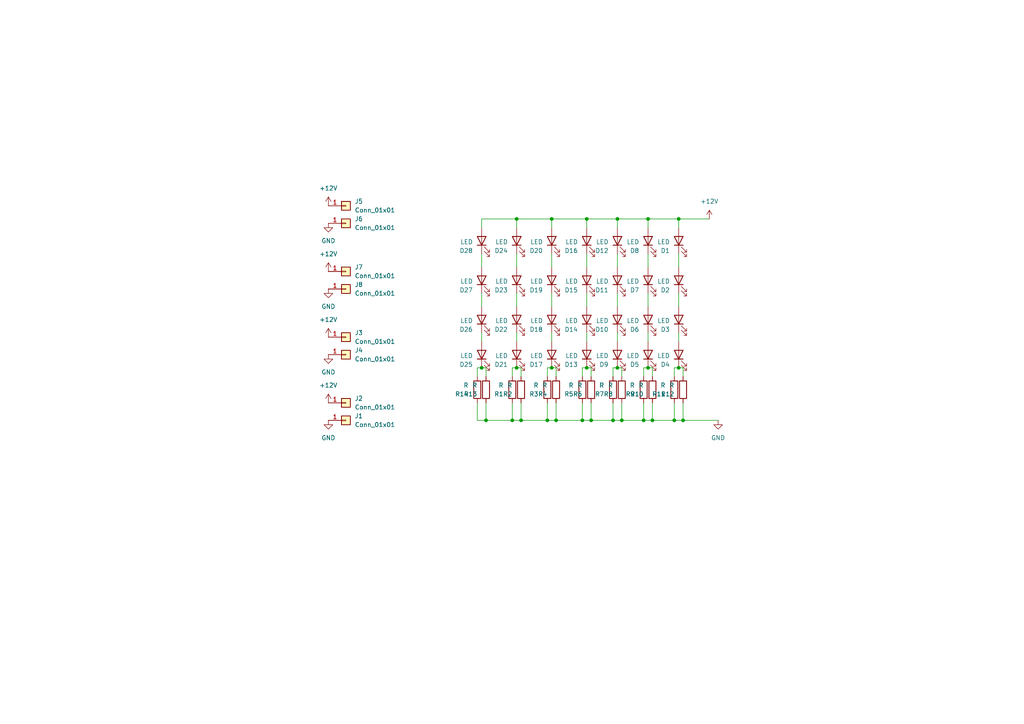
<source format=kicad_sch>
(kicad_sch (version 20231120) (generator "eeschema") (generator_version "8.0")
  (paper "A4")
  (lib_symbols
    (symbol "Connector_Generic:Conn_01x01" (pin_names (offset 1.016) hide)
      (property "Reference" "J" (at 0 2.54 0))
      (property "Value" "Conn_01x01" (at 0 -2.54 0))
      (symbol "Conn_01x01_1_1"
        (rectangle (start -1.27 0.127) (end 0 -0.127) (stroke (width 0.1524)))
        (rectangle (start -1.27 1.27) (end 1.27 -1.27) (stroke (width 0.254)) (fill (type background)))
        (pin passive line (at -5.08 0 0) (length 3.81) (name "Pin_1") (number "1"))
      )
    )
    (symbol "Device:LED" (pin_numbers hide) (pin_names (offset 1.016) hide)
      (property "Reference" "D" (at 0 2.54 0))
      (property "Value" "LED" (at 0 -2.54 0))
      (symbol "LED_0_1"
        (polyline (pts (xy -1.27 -1.27) (xy -1.27 1.27)) (stroke (width 0.254)))
        (polyline (pts (xy -1.27 0) (xy 1.27 0)))
        (polyline (pts (xy 1.27 -1.27) (xy 1.27 1.27) (xy -1.27 0) (xy 1.27 -1.27)) (stroke (width 0.254)))
        (polyline (pts (xy -3.048 -0.762) (xy -4.572 -2.286) (xy -3.81 -2.286) (xy -4.572 -2.286) (xy -4.572 -1.524)))
        (polyline (pts (xy -1.778 -0.762) (xy -3.302 -2.286) (xy -2.54 -2.286) (xy -3.302 -2.286) (xy -3.302 -1.524)))
      )
      (symbol "LED_1_1"
        (pin passive line (at -3.81 0 0) (length 2.54) (name "K") (number "1"))
        (pin passive line (at 3.81 0 180) (length 2.54) (name "A") (number "2"))
      )
    )
    (symbol "Device:R" (pin_numbers hide) (pin_names (offset 0))
      (property "Reference" "R" (at 2.032 0 90))
      (property "Value" "R" (at 0 0 90))
      (symbol "R_0_1"
        (rectangle (start -1.016 -2.54) (end 1.016 2.54) (stroke (width 0.254)))
      )
      (symbol "R_1_1"
        (pin passive line (at 0 3.81 270) (length 1.27) (name "~") (number "1"))
        (pin passive line (at 0 -3.81 90) (length 1.27) (name "~") (number "2"))
      )
    )
    (symbol "power:+12V" (power) (pin_numbers hide) (pin_names (offset 0) hide)
      (property "Value" "+12V" (at 0 3.556 0))
      (symbol "+12V_0_1"
        (polyline (pts (xy -0.762 1.27) (xy 0 2.54)))
        (polyline (pts (xy 0 0) (xy 0 2.54)))
        (polyline (pts (xy 0 2.54) (xy 0.762 1.27)))
      )
      (symbol "+12V_1_1"
        (pin power_in line (at 0 0 90) (length 0) (name "~") (number "1"))
      )
    )
    (symbol "power:GND" (power) (pin_numbers hide) (pin_names (offset 0) hide)
      (property "Value" "GND" (at 0 -3.81 0))
      (symbol "GND_0_1"
        (polyline (pts (xy 0 0) (xy 0 -1.27) (xy 1.27 -1.27) (xy 0 -2.54) (xy -1.27 -1.27) (xy 0 -1.27)))
      )
      (symbol "GND_1_1"
        (pin power_in line (at 0 0 270) (length 0) (name "~") (number "1"))
      )
    )
  )
  (junction (at 187.96 106.68))
  (junction (at 198.12 121.92))
  (junction (at 170.18 106.68))
  (junction (at 140.97 121.92))
  (junction (at 168.91 121.92))
  (junction (at 186.69 121.92))
  (junction (at 179.07 106.68))
  (junction (at 151.13 121.92))
  (junction (at 195.58 121.92))
  (junction (at 149.86 106.68))
  (junction (at 196.85 106.68))
  (junction (at 177.8 121.92))
  (junction (at 160.02 106.68))
  (junction (at 196.85 63.5))
  (junction (at 171.45 121.92))
  (junction (at 160.02 63.5))
  (junction (at 148.59 121.92))
  (junction (at 189.23 121.92))
  (junction (at 149.86 63.5))
  (junction (at 180.34 121.92))
  (junction (at 139.7 106.68))
  (junction (at 161.29 121.92))
  (junction (at 170.18 63.5))
  (junction (at 179.07 63.5))
  (junction (at 158.75 121.92))
  (junction (at 187.96 63.5))
  (wire (pts (xy 149.86 99.06) (xy 149.86 96.52)))
  (wire (pts (xy 149.86 88.9) (xy 149.86 85.09)))
  (wire (pts (xy 170.18 88.9) (xy 170.18 85.09)))
  (wire (pts (xy 187.96 99.06) (xy 187.96 96.52)))
  (wire (pts (xy 179.07 63.5) (xy 179.07 66.04)))
  (wire (pts (xy 171.45 106.68) (xy 170.18 106.68)))
  (wire (pts (xy 170.18 77.47) (xy 170.18 73.66)))
  (wire (pts (xy 198.12 121.92) (xy 198.12 116.84)))
  (wire (pts (xy 171.45 109.22) (xy 171.45 106.68)))
  (wire (pts (xy 179.07 77.47) (xy 179.07 73.66)))
  (wire (pts (xy 195.58 106.68) (xy 195.58 109.22)))
  (wire (pts (xy 187.96 63.5) (xy 187.96 66.04)))
  (wire (pts (xy 139.7 77.47) (xy 139.7 73.66)))
  (wire (pts (xy 151.13 109.22) (xy 151.13 106.68)))
  (wire (pts (xy 161.29 121.92) (xy 161.29 116.84)))
  (wire (pts (xy 151.13 106.68) (xy 149.86 106.68)))
  (wire (pts (xy 180.34 121.92) (xy 177.8 121.92)))
  (wire (pts (xy 161.29 121.92) (xy 158.75 121.92)))
  (wire (pts (xy 168.91 121.92) (xy 161.29 121.92)))
  (wire (pts (xy 187.96 106.68) (xy 186.69 106.68)))
  (wire (pts (xy 139.7 99.06) (xy 139.7 96.52)))
  (wire (pts (xy 170.18 63.5) (xy 160.02 63.5)))
  (wire (pts (xy 189.23 121.92) (xy 195.58 121.92)))
  (wire (pts (xy 139.7 63.5) (xy 139.7 66.04)))
  (wire (pts (xy 187.96 63.5) (xy 179.07 63.5)))
  (wire (pts (xy 160.02 88.9) (xy 160.02 85.09)))
  (wire (pts (xy 140.97 121.92) (xy 140.97 116.84)))
  (wire (pts (xy 179.07 88.9) (xy 179.07 85.09)))
  (wire (pts (xy 198.12 121.92) (xy 195.58 121.92)))
  (wire (pts (xy 179.07 63.5) (xy 170.18 63.5)))
  (wire (pts (xy 158.75 121.92) (xy 151.13 121.92)))
  (wire (pts (xy 149.86 63.5) (xy 149.86 66.04)))
  (wire (pts (xy 170.18 99.06) (xy 170.18 96.52)))
  (wire (pts (xy 180.34 106.68) (xy 179.07 106.68)))
  (wire (pts (xy 171.45 121.92) (xy 168.91 121.92)))
  (wire (pts (xy 198.12 109.22) (xy 198.12 106.68)))
  (wire (pts (xy 139.7 63.5) (xy 149.86 63.5)))
  (wire (pts (xy 187.96 88.9) (xy 187.96 85.09)))
  (wire (pts (xy 160.02 106.68) (xy 158.75 106.68)))
  (wire (pts (xy 180.34 121.92) (xy 180.34 116.84)))
  (wire (pts (xy 149.86 106.68) (xy 148.59 106.68)))
  (wire (pts (xy 196.85 99.06) (xy 196.85 96.52)))
  (wire (pts (xy 196.85 77.47) (xy 196.85 73.66)))
  (wire (pts (xy 151.13 121.92) (xy 148.59 121.92)))
  (wire (pts (xy 186.69 121.92) (xy 180.34 121.92)))
  (wire (pts (xy 160.02 63.5) (xy 160.02 66.04)))
  (wire (pts (xy 189.23 109.22) (xy 189.23 106.68)))
  (wire (pts (xy 187.96 77.47) (xy 187.96 73.66)))
  (wire (pts (xy 148.59 106.68) (xy 148.59 109.22)))
  (wire (pts (xy 140.97 106.68) (xy 139.7 106.68)))
  (wire (pts (xy 151.13 121.92) (xy 151.13 116.84)))
  (wire (pts (xy 189.23 121.92) (xy 186.69 121.92)))
  (wire (pts (xy 170.18 106.68) (xy 168.91 106.68)))
  (wire (pts (xy 208.28 121.92) (xy 198.12 121.92)))
  (wire (pts (xy 158.75 106.68) (xy 158.75 109.22)))
  (wire (pts (xy 198.12 106.68) (xy 196.85 106.68)))
  (wire (pts (xy 160.02 77.47) (xy 160.02 73.66)))
  (wire (pts (xy 161.29 106.68) (xy 160.02 106.68)))
  (wire (pts (xy 148.59 121.92) (xy 140.97 121.92)))
  (wire (pts (xy 161.29 109.22) (xy 161.29 106.68)))
  (wire (pts (xy 196.85 88.9) (xy 196.85 85.09)))
  (wire (pts (xy 196.85 63.5) (xy 187.96 63.5)))
  (wire (pts (xy 180.34 109.22) (xy 180.34 106.68)))
  (wire (pts (xy 138.43 106.68) (xy 138.43 109.22)))
  (wire (pts (xy 177.8 106.68) (xy 177.8 109.22)))
  (wire (pts (xy 139.7 106.68) (xy 138.43 106.68)))
  (wire (pts (xy 205.74 63.5) (xy 196.85 63.5)))
  (wire (pts (xy 160.02 99.06) (xy 160.02 96.52)))
  (wire (pts (xy 179.07 106.68) (xy 177.8 106.68)))
  (wire (pts (xy 140.97 121.92) (xy 138.43 121.92)))
  (wire (pts (xy 177.8 121.92) (xy 171.45 121.92)))
  (wire (pts (xy 196.85 63.5) (xy 196.85 66.04)))
  (wire (pts (xy 160.02 63.5) (xy 149.86 63.5)))
  (wire (pts (xy 168.91 106.68) (xy 168.91 109.22)))
  (wire (pts (xy 149.86 77.47) (xy 149.86 73.66)))
  (wire (pts (xy 158.75 121.92) (xy 158.75 116.84)))
  (wire (pts (xy 189.23 106.68) (xy 187.96 106.68)))
  (wire (pts (xy 186.69 121.92) (xy 186.69 116.84)))
  (wire (pts (xy 195.58 121.92) (xy 195.58 116.84)))
  (wire (pts (xy 139.7 88.9) (xy 139.7 85.09)))
  (wire (pts (xy 170.18 63.5) (xy 170.18 66.04)))
  (wire (pts (xy 168.91 121.92) (xy 168.91 116.84)))
  (wire (pts (xy 171.45 121.92) (xy 171.45 116.84)))
  (wire (pts (xy 138.43 121.92) (xy 138.43 116.84)))
  (wire (pts (xy 179.07 99.06) (xy 179.07 96.52)))
  (wire (pts (xy 186.69 106.68) (xy 186.69 109.22)))
  (wire (pts (xy 148.59 121.92) (xy 148.59 116.84)))
  (wire (pts (xy 177.8 121.92) (xy 177.8 116.84)))
  (wire (pts (xy 140.97 109.22) (xy 140.97 106.68)))
  (wire (pts (xy 189.23 121.92) (xy 189.23 116.84)))
  (wire (pts (xy 196.85 106.68) (xy 195.58 106.68)))
  (symbol (lib_id "Device:R") (at 195.58 113.03 180) (unit 1)
    (property "Reference" "R11" (at 193.04 114.3001 0) (effects (justify left)))
    (property "Value" "R" (at 193.04 111.7601 0) (effects (justify left)))
    (property "Footprint" "Resistor_SMD:R_2512_6332Metric" (effects (hide yes)))
    (property "Description" "Resistor" (effects (hide yes)))
  )
  (symbol (lib_id "power:+12V") (at 205.74 63.5 0) (unit 1)
    (property "Reference" "#PWR09" (effects (hide yes)))
    (property "Value" "+12V" (at 205.74 58.42 0))
    (property "Description" "Power symbol creates a global label with name \"+12V\"" (effects (hide yes)))
  )
  (symbol (lib_id "Device:LED") (at 179.07 92.71 90) (unit 1)
    (property "Reference" "D10" (at 176.53 95.5676 90) (effects (justify left)))
    (property "Value" "LED" (at 176.53 93.0276 90) (effects (justify left)))
    (property "Footprint" "eec.models:Lumex-SML-LXL8047USBCTR3-MFG" (effects (hide yes)))
    (property "Description" "Light emitting diode" (effects (hide yes)))
  )
  (symbol (lib_id "Device:LED") (at 139.7 69.85 90) (unit 1)
    (property "Reference" "D28" (at 137.16 72.7076 90) (effects (justify left)))
    (property "Value" "LED" (at 137.16 70.1676 90) (effects (justify left)))
    (property "Footprint" "eec.models:Lumex-SML-LXL8047USBCTR3-MFG" (effects (hide yes)))
    (property "Description" "Light emitting diode" (effects (hide yes)))
  )
  (symbol (lib_id "Device:LED") (at 139.7 81.28 90) (unit 1)
    (property "Reference" "D27" (at 137.16 84.1376 90) (effects (justify left)))
    (property "Value" "LED" (at 137.16 81.5976 90) (effects (justify left)))
    (property "Footprint" "eec.models:Lumex-SML-LXL8047USBCTR3-MFG" (effects (hide yes)))
    (property "Description" "Light emitting diode" (effects (hide yes)))
  )
  (symbol (lib_id "Device:LED") (at 149.86 92.71 90) (unit 1)
    (property "Reference" "D22" (at 147.32 95.5676 90) (effects (justify left)))
    (property "Value" "LED" (at 147.32 93.0276 90) (effects (justify left)))
    (property "Footprint" "eec.models:Lumex-SML-LXL8047USBCTR3-MFG" (effects (hide yes)))
    (property "Description" "Light emitting diode" (effects (hide yes)))
  )
  (symbol (lib_id "Device:LED") (at 170.18 102.87 90) (unit 1)
    (property "Reference" "D13" (at 167.64 105.7276 90) (effects (justify left)))
    (property "Value" "LED" (at 167.64 103.1876 90) (effects (justify left)))
    (property "Footprint" "eec.models:Lumex-SML-LXL8047USBCTR3-MFG" (effects (hide yes)))
    (property "Description" "Light emitting diode" (effects (hide yes)))
  )
  (symbol (lib_id "Connector_Generic:Conn_01x01") (at 100.33 121.92 0) (unit 1)
    (property "Reference" "J1" (at 102.87 120.6499 0) (effects (justify left)))
    (property "Value" "Conn_01x01" (at 102.87 123.1899 0) (effects (justify left)))
    (property "Footprint" "TestPoint:TestPoint_Pad_4.0x4.0mm" (effects (hide yes)))
    (property "Description" "Generic connector, single row, 01x01, script generated (kicad-library-utils/schlib/autogen/connector/)" (effects (hide yes)))
  )
  (symbol (lib_id "Device:LED") (at 170.18 92.71 90) (unit 1)
    (property "Reference" "D14" (at 167.64 95.5676 90) (effects (justify left)))
    (property "Value" "LED" (at 167.64 93.0276 90) (effects (justify left)))
    (property "Footprint" "eec.models:Lumex-SML-LXL8047USBCTR3-MFG" (effects (hide yes)))
    (property "Description" "Light emitting diode" (effects (hide yes)))
  )
  (symbol (lib_id "Device:R") (at 180.34 113.03 180) (unit 1)
    (property "Reference" "R8" (at 177.8 114.3001 0) (effects (justify left)))
    (property "Value" "R" (at 177.8 111.7601 0) (effects (justify left)))
    (property "Footprint" "Resistor_SMD:R_2512_6332Metric" (effects (hide yes)))
    (property "Description" "Resistor" (effects (hide yes)))
  )
  (symbol (lib_id "Device:LED") (at 196.85 69.85 90) (unit 1)
    (property "Reference" "D1" (at 194.31 72.7076 90) (effects (justify left)))
    (property "Value" "LED" (at 194.31 70.1676 90) (effects (justify left)))
    (property "Footprint" "eec.models:Lumex-SML-LXL8047USBCTR3-MFG" (effects (hide yes)))
    (property "Description" "Light emitting diode" (effects (hide yes)))
  )
  (symbol (lib_id "Connector_Generic:Conn_01x01") (at 100.33 102.87 0) (unit 1)
    (property "Reference" "J4" (at 102.87 101.5999 0) (effects (justify left)))
    (property "Value" "Conn_01x01" (at 102.87 104.1399 0) (effects (justify left)))
    (property "Footprint" "TestPoint:TestPoint_Pad_4.0x4.0mm" (effects (hide yes)))
    (property "Description" "Generic connector, single row, 01x01, script generated (kicad-library-utils/schlib/autogen/connector/)" (effects (hide yes)))
  )
  (symbol (lib_id "power:+12V") (at 95.25 78.74 0) (unit 1)
    (property "Reference" "#PWR07" (effects (hide yes)))
    (property "Value" "+12V" (at 95.25 73.66 0))
    (property "Description" "Power symbol creates a global label with name \"+12V\"" (effects (hide yes)))
  )
  (symbol (lib_id "Device:R") (at 177.8 113.03 180) (unit 1)
    (property "Reference" "R7" (at 175.26 114.3001 0) (effects (justify left)))
    (property "Value" "R" (at 175.26 111.7601 0) (effects (justify left)))
    (property "Footprint" "Resistor_SMD:R_2512_6332Metric" (effects (hide yes)))
    (property "Description" "Resistor" (effects (hide yes)))
  )
  (symbol (lib_id "Device:LED") (at 149.86 102.87 90) (unit 1)
    (property "Reference" "D21" (at 147.32 105.7276 90) (effects (justify left)))
    (property "Value" "LED" (at 147.32 103.1876 90) (effects (justify left)))
    (property "Footprint" "eec.models:Lumex-SML-LXL8047USBCTR3-MFG" (effects (hide yes)))
    (property "Description" "Light emitting diode" (effects (hide yes)))
  )
  (symbol (lib_id "Device:R") (at 151.13 113.03 180) (unit 1)
    (property "Reference" "R2" (at 148.59 114.3001 0) (effects (justify left)))
    (property "Value" "R" (at 148.59 111.7601 0) (effects (justify left)))
    (property "Footprint" "Resistor_SMD:R_2512_6332Metric" (effects (hide yes)))
    (property "Description" "Resistor" (effects (hide yes)))
  )
  (symbol (lib_id "Device:R") (at 171.45 113.03 180) (unit 1)
    (property "Reference" "R6" (at 168.91 114.3001 0) (effects (justify left)))
    (property "Value" "R" (at 168.91 111.7601 0) (effects (justify left)))
    (property "Footprint" "Resistor_SMD:R_2512_6332Metric" (effects (hide yes)))
    (property "Description" "Resistor" (effects (hide yes)))
  )
  (symbol (lib_id "power:+12V") (at 95.25 59.69 0) (unit 1)
    (property "Reference" "#PWR05" (effects (hide yes)))
    (property "Value" "+12V" (at 95.25 54.61 0))
    (property "Description" "Power symbol creates a global label with name \"+12V\"" (effects (hide yes)))
  )
  (symbol (lib_id "power:+12V") (at 95.25 116.84 0) (unit 1)
    (property "Reference" "#PWR02" (effects (hide yes)))
    (property "Value" "+12V" (at 95.25 111.76 0))
    (property "Description" "Power symbol creates a global label with name \"+12V\"" (effects (hide yes)))
  )
  (symbol (lib_id "Device:LED") (at 160.02 69.85 90) (unit 1)
    (property "Reference" "D20" (at 157.48 72.7076 90) (effects (justify left)))
    (property "Value" "LED" (at 157.48 70.1676 90) (effects (justify left)))
    (property "Footprint" "eec.models:Lumex-SML-LXL8047USBCTR3-MFG" (effects (hide yes)))
    (property "Description" "Light emitting diode" (effects (hide yes)))
  )
  (symbol (lib_id "Connector_Generic:Conn_01x01") (at 100.33 78.74 0) (unit 1)
    (property "Reference" "J7" (at 102.87 77.4699 0) (effects (justify left)))
    (property "Value" "Conn_01x01" (at 102.87 80.0099 0) (effects (justify left)))
    (property "Footprint" "TestPoint:TestPoint_Pad_4.0x4.0mm" (effects (hide yes)))
    (property "Description" "Generic connector, single row, 01x01, script generated (kicad-library-utils/schlib/autogen/connector/)" (effects (hide yes)))
  )
  (symbol (lib_id "Connector_Generic:Conn_01x01") (at 100.33 59.69 0) (unit 1)
    (property "Reference" "J5" (at 102.87 58.4199 0) (effects (justify left)))
    (property "Value" "Conn_01x01" (at 102.87 60.9599 0) (effects (justify left)))
    (property "Footprint" "TestPoint:TestPoint_Pad_4.0x4.0mm" (effects (hide yes)))
    (property "Description" "Generic connector, single row, 01x01, script generated (kicad-library-utils/schlib/autogen/connector/)" (effects (hide yes)))
  )
  (symbol (lib_id "power:+12V") (at 95.25 97.79 0) (unit 1)
    (property "Reference" "#PWR03" (effects (hide yes)))
    (property "Value" "+12V" (at 95.25 92.71 0))
    (property "Description" "Power symbol creates a global label with name \"+12V\"" (effects (hide yes)))
  )
  (symbol (lib_id "Device:LED") (at 179.07 81.28 90) (unit 1)
    (property "Reference" "D11" (at 176.53 84.1376 90) (effects (justify left)))
    (property "Value" "LED" (at 176.53 81.5976 90) (effects (justify left)))
    (property "Footprint" "eec.models:Lumex-SML-LXL8047USBCTR3-MFG" (effects (hide yes)))
    (property "Description" "Light emitting diode" (effects (hide yes)))
  )
  (symbol (lib_id "Connector_Generic:Conn_01x01") (at 100.33 64.77 0) (unit 1)
    (property "Reference" "J6" (at 102.87 63.4999 0) (effects (justify left)))
    (property "Value" "Conn_01x01" (at 102.87 66.0399 0) (effects (justify left)))
    (property "Footprint" "TestPoint:TestPoint_Pad_4.0x4.0mm" (effects (hide yes)))
    (property "Description" "Generic connector, single row, 01x01, script generated (kicad-library-utils/schlib/autogen/connector/)" (effects (hide yes)))
  )
  (symbol (lib_id "Device:R") (at 198.12 113.03 180) (unit 1)
    (property "Reference" "R12" (at 195.58 114.3001 0) (effects (justify left)))
    (property "Value" "R" (at 195.58 111.7601 0) (effects (justify left)))
    (property "Footprint" "Resistor_SMD:R_2512_6332Metric" (effects (hide yes)))
    (property "Description" "Resistor" (effects (hide yes)))
  )
  (symbol (lib_id "Device:LED") (at 179.07 102.87 90) (unit 1)
    (property "Reference" "D9" (at 176.53 105.7276 90) (effects (justify left)))
    (property "Value" "LED" (at 176.53 103.1876 90) (effects (justify left)))
    (property "Footprint" "eec.models:Lumex-SML-LXL8047USBCTR3-MFG" (effects (hide yes)))
    (property "Description" "Light emitting diode" (effects (hide yes)))
  )
  (symbol (lib_id "Device:LED") (at 187.96 92.71 90) (unit 1)
    (property "Reference" "D6" (at 185.42 95.5676 90) (effects (justify left)))
    (property "Value" "LED" (at 185.42 93.0276 90) (effects (justify left)))
    (property "Footprint" "eec.models:Lumex-SML-LXL8047USBCTR3-MFG" (effects (hide yes)))
    (property "Description" "Light emitting diode" (effects (hide yes)))
  )
  (symbol (lib_id "Device:LED") (at 179.07 69.85 90) (unit 1)
    (property "Reference" "D12" (at 176.53 72.7076 90) (effects (justify left)))
    (property "Value" "LED" (at 176.53 70.1676 90) (effects (justify left)))
    (property "Footprint" "eec.models:Lumex-SML-LXL8047USBCTR3-MFG" (effects (hide yes)))
    (property "Description" "Light emitting diode" (effects (hide yes)))
  )
  (symbol (lib_id "Device:LED") (at 139.7 92.71 90) (unit 1)
    (property "Reference" "D26" (at 137.16 95.5676 90) (effects (justify left)))
    (property "Value" "LED" (at 137.16 93.0276 90) (effects (justify left)))
    (property "Footprint" "eec.models:Lumex-SML-LXL8047USBCTR3-MFG" (effects (hide yes)))
    (property "Description" "Light emitting diode" (effects (hide yes)))
  )
  (symbol (lib_id "Device:R") (at 140.97 113.03 180) (unit 1)
    (property "Reference" "R13" (at 138.43 114.3001 0) (effects (justify left)))
    (property "Value" "R" (at 138.43 111.7601 0) (effects (justify left)))
    (property "Footprint" "Resistor_SMD:R_2512_6332Metric" (effects (hide yes)))
    (property "Description" "Resistor" (effects (hide yes)))
  )
  (symbol (lib_id "power:GND") (at 95.25 121.92 0) (unit 1)
    (property "Reference" "#PWR01" (effects (hide yes)))
    (property "Value" "GND" (at 95.25 127 0))
    (property "Description" "Power symbol creates a global label with name \"GND\" , ground" (effects (hide yes)))
  )
  (symbol (lib_id "Device:LED") (at 187.96 102.87 90) (unit 1)
    (property "Reference" "D5" (at 185.42 105.7276 90) (effects (justify left)))
    (property "Value" "LED" (at 185.42 103.1876 90) (effects (justify left)))
    (property "Footprint" "eec.models:Lumex-SML-LXL8047USBCTR3-MFG" (effects (hide yes)))
    (property "Description" "Light emitting diode" (effects (hide yes)))
  )
  (symbol (lib_id "power:GND") (at 208.28 121.92 0) (unit 1)
    (property "Reference" "#PWR010" (effects (hide yes)))
    (property "Value" "GND" (at 208.28 127 0))
    (property "Description" "Power symbol creates a global label with name \"GND\" , ground" (effects (hide yes)))
  )
  (symbol (lib_id "Device:LED") (at 160.02 92.71 90) (unit 1)
    (property "Reference" "D18" (at 157.48 95.5676 90) (effects (justify left)))
    (property "Value" "LED" (at 157.48 93.0276 90) (effects (justify left)))
    (property "Footprint" "eec.models:Lumex-SML-LXL8047USBCTR3-MFG" (effects (hide yes)))
    (property "Description" "Light emitting diode" (effects (hide yes)))
  )
  (symbol (lib_id "Connector_Generic:Conn_01x01") (at 100.33 97.79 0) (unit 1)
    (property "Reference" "J3" (at 102.87 96.5199 0) (effects (justify left)))
    (property "Value" "Conn_01x01" (at 102.87 99.0599 0) (effects (justify left)))
    (property "Footprint" "TestPoint:TestPoint_Pad_4.0x4.0mm" (effects (hide yes)))
    (property "Description" "Generic connector, single row, 01x01, script generated (kicad-library-utils/schlib/autogen/connector/)" (effects (hide yes)))
  )
  (symbol (lib_id "Device:R") (at 186.69 113.03 180) (unit 1)
    (property "Reference" "R9" (at 184.15 114.3001 0) (effects (justify left)))
    (property "Value" "R" (at 184.15 111.7601 0) (effects (justify left)))
    (property "Footprint" "Resistor_SMD:R_2512_6332Metric" (effects (hide yes)))
    (property "Description" "Resistor" (effects (hide yes)))
  )
  (symbol (lib_id "Device:LED") (at 187.96 81.28 90) (unit 1)
    (property "Reference" "D7" (at 185.42 84.1376 90) (effects (justify left)))
    (property "Value" "LED" (at 185.42 81.5976 90) (effects (justify left)))
    (property "Footprint" "eec.models:Lumex-SML-LXL8047USBCTR3-MFG" (effects (hide yes)))
    (property "Description" "Light emitting diode" (effects (hide yes)))
  )
  (symbol (lib_id "Device:LED") (at 196.85 92.71 90) (unit 1)
    (property "Reference" "D3" (at 194.31 95.5676 90) (effects (justify left)))
    (property "Value" "LED" (at 194.31 93.0276 90) (effects (justify left)))
    (property "Footprint" "eec.models:Lumex-SML-LXL8047USBCTR3-MFG" (effects (hide yes)))
    (property "Description" "Light emitting diode" (effects (hide yes)))
  )
  (symbol (lib_id "Device:R") (at 189.23 113.03 180) (unit 1)
    (property "Reference" "R10" (at 186.69 114.3001 0) (effects (justify left)))
    (property "Value" "R" (at 186.69 111.7601 0) (effects (justify left)))
    (property "Footprint" "Resistor_SMD:R_2512_6332Metric" (effects (hide yes)))
    (property "Description" "Resistor" (effects (hide yes)))
  )
  (symbol (lib_id "Device:R") (at 138.43 113.03 180) (unit 1)
    (property "Reference" "R14" (at 135.89 114.3001 0) (effects (justify left)))
    (property "Value" "R" (at 135.89 111.7601 0) (effects (justify left)))
    (property "Footprint" "Resistor_SMD:R_2512_6332Metric" (effects (hide yes)))
    (property "Description" "Resistor" (effects (hide yes)))
  )
  (symbol (lib_id "Device:R") (at 148.59 113.03 180) (unit 1)
    (property "Reference" "R1" (at 146.05 114.3001 0) (effects (justify left)))
    (property "Value" "R" (at 146.05 111.7601 0) (effects (justify left)))
    (property "Footprint" "Resistor_SMD:R_2512_6332Metric" (effects (hide yes)))
    (property "Description" "Resistor" (effects (hide yes)))
  )
  (symbol (lib_id "Device:LED") (at 149.86 69.85 90) (unit 1)
    (property "Reference" "D24" (at 147.32 72.7076 90) (effects (justify left)))
    (property "Value" "LED" (at 147.32 70.1676 90) (effects (justify left)))
    (property "Footprint" "eec.models:Lumex-SML-LXL8047USBCTR3-MFG" (effects (hide yes)))
    (property "Description" "Light emitting diode" (effects (hide yes)))
  )
  (symbol (lib_id "Device:LED") (at 160.02 102.87 90) (unit 1)
    (property "Reference" "D17" (at 157.48 105.7276 90) (effects (justify left)))
    (property "Value" "LED" (at 157.48 103.1876 90) (effects (justify left)))
    (property "Footprint" "eec.models:Lumex-SML-LXL8047USBCTR3-MFG" (effects (hide yes)))
    (property "Description" "Light emitting diode" (effects (hide yes)))
  )
  (symbol (lib_id "power:GND") (at 95.25 64.77 0) (unit 1)
    (property "Reference" "#PWR06" (effects (hide yes)))
    (property "Value" "GND" (at 95.25 69.85 0))
    (property "Description" "Power symbol creates a global label with name \"GND\" , ground" (effects (hide yes)))
  )
  (symbol (lib_id "Device:LED") (at 170.18 81.28 90) (unit 1)
    (property "Reference" "D15" (at 167.64 84.1376 90) (effects (justify left)))
    (property "Value" "LED" (at 167.64 81.5976 90) (effects (justify left)))
    (property "Footprint" "eec.models:Lumex-SML-LXL8047USBCTR3-MFG" (effects (hide yes)))
    (property "Description" "Light emitting diode" (effects (hide yes)))
  )
  (symbol (lib_id "Device:LED") (at 149.86 81.28 90) (unit 1)
    (property "Reference" "D23" (at 147.32 84.1376 90) (effects (justify left)))
    (property "Value" "LED" (at 147.32 81.5976 90) (effects (justify left)))
    (property "Footprint" "eec.models:Lumex-SML-LXL8047USBCTR3-MFG" (effects (hide yes)))
    (property "Description" "Light emitting diode" (effects (hide yes)))
  )
  (symbol (lib_id "power:GND") (at 95.25 102.87 0) (unit 1)
    (property "Reference" "#PWR04" (effects (hide yes)))
    (property "Value" "GND" (at 95.25 107.95 0))
    (property "Description" "Power symbol creates a global label with name \"GND\" , ground" (effects (hide yes)))
  )
  (symbol (lib_id "Device:LED") (at 196.85 81.28 90) (unit 1)
    (property "Reference" "D2" (at 194.31 84.1376 90) (effects (justify left)))
    (property "Value" "LED" (at 194.31 81.5976 90) (effects (justify left)))
    (property "Footprint" "eec.models:Lumex-SML-LXL8047USBCTR3-MFG" (effects (hide yes)))
    (property "Description" "Light emitting diode" (effects (hide yes)))
  )
  (symbol (lib_id "Device:R") (at 158.75 113.03 180) (unit 1)
    (property "Reference" "R3" (at 156.21 114.3001 0) (effects (justify left)))
    (property "Value" "R" (at 156.21 111.7601 0) (effects (justify left)))
    (property "Footprint" "Resistor_SMD:R_2512_6332Metric" (effects (hide yes)))
    (property "Description" "Resistor" (effects (hide yes)))
  )
  (symbol (lib_id "Device:LED") (at 160.02 81.28 90) (unit 1)
    (property "Reference" "D19" (at 157.48 84.1376 90) (effects (justify left)))
    (property "Value" "LED" (at 157.48 81.5976 90) (effects (justify left)))
    (property "Footprint" "eec.models:Lumex-SML-LXL8047USBCTR3-MFG" (effects (hide yes)))
    (property "Description" "Light emitting diode" (effects (hide yes)))
  )
  (symbol (lib_id "Device:LED") (at 187.96 69.85 90) (unit 1)
    (property "Reference" "D8" (at 185.42 72.7076 90) (effects (justify left)))
    (property "Value" "LED" (at 185.42 70.1676 90) (effects (justify left)))
    (property "Footprint" "eec.models:Lumex-SML-LXL8047USBCTR3-MFG" (effects (hide yes)))
    (property "Description" "Light emitting diode" (effects (hide yes)))
  )
  (symbol (lib_id "Device:LED") (at 196.85 102.87 90) (unit 1)
    (property "Reference" "D4" (at 194.31 105.7276 90) (effects (justify left)))
    (property "Value" "LED" (at 194.31 103.1876 90) (effects (justify left)))
    (property "Footprint" "eec.models:Lumex-SML-LXL8047USBCTR3-MFG" (effects (hide yes)))
    (property "Description" "Light emitting diode" (effects (hide yes)))
  )
  (symbol (lib_id "Connector_Generic:Conn_01x01") (at 100.33 116.84 0) (unit 1)
    (property "Reference" "J2" (at 102.87 115.5699 0) (effects (justify left)))
    (property "Value" "Conn_01x01" (at 102.87 118.1099 0) (effects (justify left)))
    (property "Footprint" "TestPoint:TestPoint_Pad_4.0x4.0mm" (effects (hide yes)))
    (property "Description" "Generic connector, single row, 01x01, script generated (kicad-library-utils/schlib/autogen/connector/)" (effects (hide yes)))
  )
  (symbol (lib_id "Device:LED") (at 139.7 102.87 90) (unit 1)
    (property "Reference" "D25" (at 137.16 105.7276 90) (effects (justify left)))
    (property "Value" "LED" (at 137.16 103.1876 90) (effects (justify left)))
    (property "Footprint" "eec.models:Lumex-SML-LXL8047USBCTR3-MFG" (effects (hide yes)))
    (property "Description" "Light emitting diode" (effects (hide yes)))
  )
  (symbol (lib_id "Device:LED") (at 170.18 69.85 90) (unit 1)
    (property "Reference" "D16" (at 167.64 72.7076 90) (effects (justify left)))
    (property "Value" "LED" (at 167.64 70.1676 90) (effects (justify left)))
    (property "Footprint" "eec.models:Lumex-SML-LXL8047USBCTR3-MFG" (effects (hide yes)))
    (property "Description" "Light emitting diode" (effects (hide yes)))
  )
  (symbol (lib_id "Connector_Generic:Conn_01x01") (at 100.33 83.82 0) (unit 1)
    (property "Reference" "J8" (at 102.87 82.5499 0) (effects (justify left)))
    (property "Value" "Conn_01x01" (at 102.87 85.0899 0) (effects (justify left)))
    (property "Footprint" "TestPoint:TestPoint_Pad_4.0x4.0mm" (effects (hide yes)))
    (property "Description" "Generic connector, single row, 01x01, script generated (kicad-library-utils/schlib/autogen/connector/)" (effects (hide yes)))
  )
  (symbol (lib_id "Device:R") (at 168.91 113.03 180) (unit 1)
    (property "Reference" "R5" (at 166.37 114.3001 0) (effects (justify left)))
    (property "Value" "R" (at 166.37 111.7601 0) (effects (justify left)))
    (property "Footprint" "Resistor_SMD:R_2512_6332Metric" (effects (hide yes)))
    (property "Description" "Resistor" (effects (hide yes)))
  )
  (symbol (lib_id "Device:R") (at 161.29 113.03 180) (unit 1)
    (property "Reference" "R4" (at 158.75 114.3001 0) (effects (justify left)))
    (property "Value" "R" (at 158.75 111.7601 0) (effects (justify left)))
    (property "Footprint" "Resistor_SMD:R_2512_6332Metric" (effects (hide yes)))
    (property "Description" "Resistor" (effects (hide yes)))
  )
  (symbol (lib_id "power:GND") (at 95.25 83.82 0) (unit 1)
    (property "Reference" "#PWR08" (effects (hide yes)))
    (property "Value" "GND" (at 95.25 88.9 0))
    (property "Description" "Power symbol creates a global label with name \"GND\" , ground" (effects (hide yes)))
  )
)
</source>
